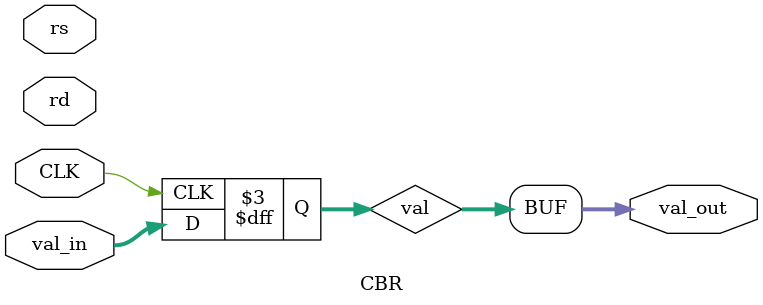
<source format=v>
module CBR #(parameter sz = 21)(
  input CLK,
  input [1:0] rs,
  input [1:0] rd,
  input [sz-1:0] val_in,
  output [sz-1:0] val_out
);
  reg [sz-1:0] val = 'b0;

  always @(negedge CLK)
  begin
    val = val_in;
  end

  assign val_out = val;
endmodule
</source>
